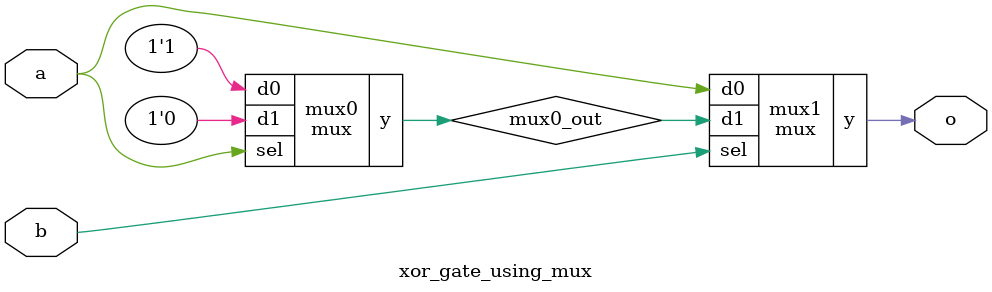
<source format=sv>

module mux
(
  input  d0, d1,
  input  sel,
  output y
);

  assign y = sel ? d1 : d0;

endmodule

//----------------------------------------------------------------------------
// Task
//----------------------------------------------------------------------------

module xor_gate_using_mux
(
    input  a,
    input  b,
    output o
);

  // Task:
  // Implement xor gate using instance(s) of mux,
  // constants 0 and 1, and wire connections

  wire mux0_out;  // negated a

  mux mux0(.d0(1'b1), .d1(1'b0), .sel(a), .y(mux0_out));
  mux mux1(.d0(a), .d1(mux0_out), .sel(b), .y(o));

endmodule

</source>
